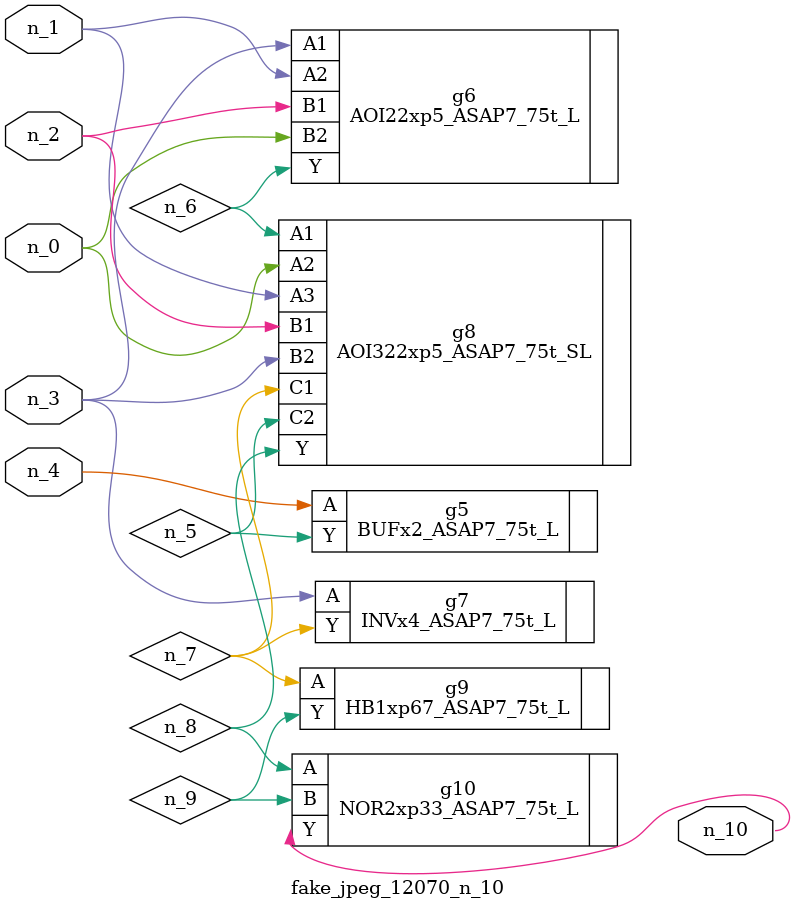
<source format=v>
module fake_jpeg_12070_n_10 (n_3, n_2, n_1, n_0, n_4, n_10);

input n_3;
input n_2;
input n_1;
input n_0;
input n_4;

output n_10;

wire n_8;
wire n_9;
wire n_6;
wire n_5;
wire n_7;

BUFx2_ASAP7_75t_L g5 ( 
.A(n_4),
.Y(n_5)
);

AOI22xp5_ASAP7_75t_L g6 ( 
.A1(n_3),
.A2(n_1),
.B1(n_2),
.B2(n_0),
.Y(n_6)
);

INVx4_ASAP7_75t_L g7 ( 
.A(n_3),
.Y(n_7)
);

AOI322xp5_ASAP7_75t_SL g8 ( 
.A1(n_6),
.A2(n_0),
.A3(n_1),
.B1(n_2),
.B2(n_3),
.C1(n_7),
.C2(n_5),
.Y(n_8)
);

NOR2xp33_ASAP7_75t_L g10 ( 
.A(n_8),
.B(n_9),
.Y(n_10)
);

HB1xp67_ASAP7_75t_L g9 ( 
.A(n_7),
.Y(n_9)
);


endmodule
</source>
